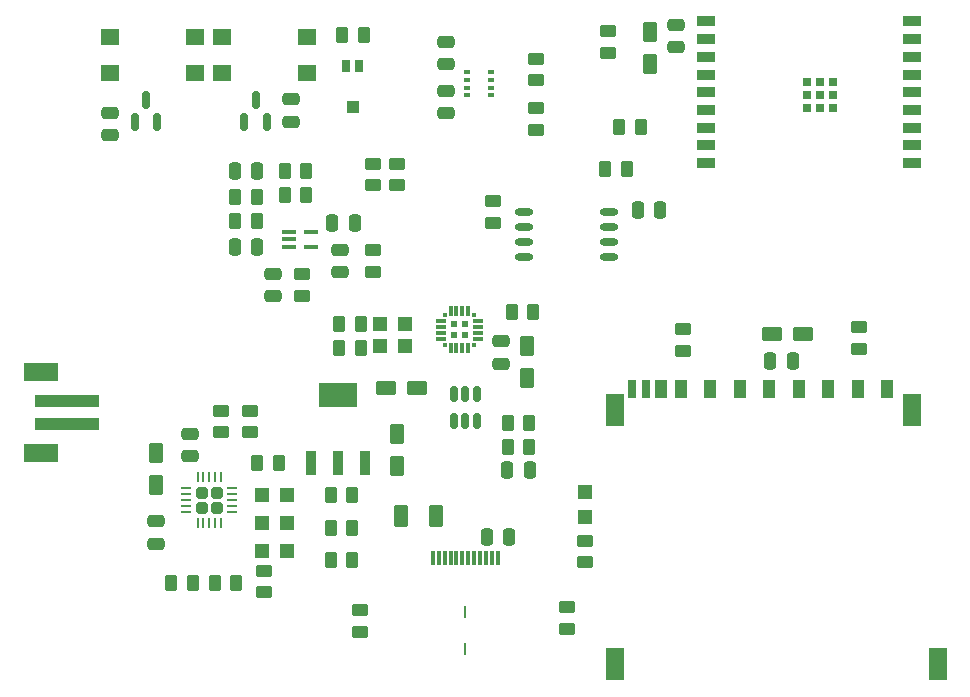
<source format=gtp>
%TF.GenerationSoftware,KiCad,Pcbnew,9.0.0*%
%TF.CreationDate,2025-05-12T22:40:26+02:00*%
%TF.ProjectId,ESP32_PeterDalmaris_Board,45535033-325f-4506-9574-657244616c6d,rev?*%
%TF.SameCoordinates,Original*%
%TF.FileFunction,Paste,Top*%
%TF.FilePolarity,Positive*%
%FSLAX46Y46*%
G04 Gerber Fmt 4.6, Leading zero omitted, Abs format (unit mm)*
G04 Created by KiCad (PCBNEW 9.0.0) date 2025-05-12 22:40:26*
%MOMM*%
%LPD*%
G01*
G04 APERTURE LIST*
G04 Aperture macros list*
%AMRoundRect*
0 Rectangle with rounded corners*
0 $1 Rounding radius*
0 $2 $3 $4 $5 $6 $7 $8 $9 X,Y pos of 4 corners*
0 Add a 4 corners polygon primitive as box body*
4,1,4,$2,$3,$4,$5,$6,$7,$8,$9,$2,$3,0*
0 Add four circle primitives for the rounded corners*
1,1,$1+$1,$2,$3*
1,1,$1+$1,$4,$5*
1,1,$1+$1,$6,$7*
1,1,$1+$1,$8,$9*
0 Add four rect primitives between the rounded corners*
20,1,$1+$1,$2,$3,$4,$5,0*
20,1,$1+$1,$4,$5,$6,$7,0*
20,1,$1+$1,$6,$7,$8,$9,0*
20,1,$1+$1,$8,$9,$2,$3,0*%
G04 Aperture macros list end*
%ADD10R,1.600000X1.400000*%
%ADD11RoundRect,0.150000X0.450000X0.760000X-0.450000X0.760000X-0.450000X-0.760000X0.450000X-0.760000X0*%
%ADD12RoundRect,0.250000X-0.475000X0.250000X-0.475000X-0.250000X0.475000X-0.250000X0.475000X0.250000X0*%
%ADD13R,0.950000X2.150000*%
%ADD14R,3.250000X2.150000*%
%ADD15RoundRect,0.250000X-0.250000X-0.475000X0.250000X-0.475000X0.250000X0.475000X-0.250000X0.475000X0*%
%ADD16RoundRect,0.250000X0.450000X-0.262500X0.450000X0.262500X-0.450000X0.262500X-0.450000X-0.262500X0*%
%ADD17R,0.800000X1.100000*%
%ADD18R,1.000000X1.100000*%
%ADD19R,1.000000X1.500000*%
%ADD20R,0.700000X1.500000*%
%ADD21R,1.500000X2.800000*%
%ADD22R,1.200000X1.200000*%
%ADD23R,0.300000X1.200000*%
%ADD24R,0.200000X1.000000*%
%ADD25RoundRect,0.250000X-0.450000X0.262500X-0.450000X-0.262500X0.450000X-0.262500X0.450000X0.262500X0*%
%ADD26RoundRect,0.250000X-0.262500X-0.450000X0.262500X-0.450000X0.262500X0.450000X-0.262500X0.450000X0*%
%ADD27RoundRect,0.150000X0.150000X-0.587500X0.150000X0.587500X-0.150000X0.587500X-0.150000X-0.587500X0*%
%ADD28RoundRect,0.250000X0.262500X0.450000X-0.262500X0.450000X-0.262500X-0.450000X0.262500X-0.450000X0*%
%ADD29RoundRect,0.153750X-0.461250X0.701250X-0.461250X-0.701250X0.461250X-0.701250X0.461250X0.701250X0*%
%ADD30RoundRect,0.250000X0.475000X-0.250000X0.475000X0.250000X-0.475000X0.250000X-0.475000X-0.250000X0*%
%ADD31R,1.500000X0.900000*%
%ADD32R,0.700000X0.700000*%
%ADD33R,5.500000X1.000000*%
%ADD34R,3.000000X1.600000*%
%ADD35RoundRect,0.100000X-0.495000X-0.100000X0.495000X-0.100000X0.495000X0.100000X-0.495000X0.100000X0*%
%ADD36RoundRect,0.250000X0.255000X-0.255000X0.255000X0.255000X-0.255000X0.255000X-0.255000X-0.255000X0*%
%ADD37RoundRect,0.062500X0.062500X-0.350000X0.062500X0.350000X-0.062500X0.350000X-0.062500X-0.350000X0*%
%ADD38RoundRect,0.062500X0.350000X-0.062500X0.350000X0.062500X-0.350000X0.062500X-0.350000X-0.062500X0*%
%ADD39RoundRect,0.250000X0.250000X0.475000X-0.250000X0.475000X-0.250000X-0.475000X0.250000X-0.475000X0*%
%ADD40O,1.600000X0.600000*%
%ADD41RoundRect,0.153750X0.461250X-0.701250X0.461250X0.701250X-0.461250X0.701250X-0.461250X-0.701250X0*%
%ADD42RoundRect,0.153750X-0.701250X-0.461250X0.701250X-0.461250X0.701250X0.461250X-0.701250X0.461250X0*%
%ADD43RoundRect,0.150000X0.150000X-0.512500X0.150000X0.512500X-0.150000X0.512500X-0.150000X-0.512500X0*%
%ADD44R,0.500000X0.350000*%
%ADD45R,0.540000X0.540000*%
%ADD46R,0.300000X0.300000*%
%ADD47R,0.300000X0.900000*%
%ADD48R,0.900000X0.300000*%
G04 APERTURE END LIST*
D10*
%TO.C,S2*%
X119350000Y-54337500D03*
X126550000Y-54337500D03*
X119350000Y-51337500D03*
X126550000Y-51337500D03*
%TD*%
%TO.C,S1*%
X128775000Y-54325000D03*
X135975000Y-54325000D03*
X128775000Y-51325000D03*
X135975000Y-51325000D03*
%TD*%
D11*
%TO.C,R35*%
X146955000Y-91850000D03*
X143945000Y-91850000D03*
%TD*%
D12*
%TO.C,C3*%
X123175000Y-92312500D03*
X123175000Y-94212500D03*
%TD*%
D13*
%TO.C,VR1*%
X136300000Y-87400000D03*
X138600000Y-87400000D03*
X140900000Y-87400000D03*
D14*
X138600000Y-81600000D03*
%TD*%
D15*
%TO.C,C21*%
X138150000Y-67100000D03*
X140050000Y-67100000D03*
%TD*%
D16*
%TO.C,R22*%
X155400000Y-54962500D03*
X155400000Y-53137500D03*
%TD*%
D17*
%TO.C,Q1*%
X140400000Y-53755000D03*
X139300000Y-53755000D03*
D18*
X139850000Y-57265000D03*
%TD*%
D19*
%TO.C,J3*%
X182625000Y-81087500D03*
X180125000Y-81087500D03*
X177625000Y-81087500D03*
X175125000Y-81087500D03*
X172625000Y-81087500D03*
X170125000Y-81087500D03*
X167700000Y-81087500D03*
X166000000Y-81087500D03*
X185125000Y-81087500D03*
D20*
X164700000Y-81087500D03*
D21*
X162100000Y-82887500D03*
X187200000Y-82887500D03*
X189400000Y-104387500D03*
X162100000Y-104387500D03*
D20*
X163500000Y-81087500D03*
%TD*%
D22*
%TO.C,D6*%
X134275000Y-94812500D03*
X132175000Y-94812500D03*
%TD*%
D15*
%TO.C,C18*%
X129887500Y-62700000D03*
X131787500Y-62700000D03*
%TD*%
D23*
%TO.C,J1*%
X146650000Y-95459500D03*
X147150000Y-95459500D03*
X147650000Y-95459500D03*
X148150000Y-95459500D03*
X148650000Y-95459500D03*
X149150000Y-95459500D03*
X149650000Y-95459500D03*
X150150000Y-95459500D03*
X150650000Y-95459500D03*
X151150000Y-95459500D03*
X151650000Y-95459500D03*
X152150000Y-95459500D03*
D24*
X149400000Y-100039500D03*
X149400000Y-103139500D03*
%TD*%
D25*
%TO.C,R2*%
X140500000Y-99837500D03*
X140500000Y-101662500D03*
%TD*%
D12*
%TO.C,C10*%
X167250000Y-50300000D03*
X167250000Y-52200000D03*
%TD*%
D26*
%TO.C,R20*%
X162450000Y-58950000D03*
X164275000Y-58950000D03*
%TD*%
D27*
%TO.C,Q3*%
X130700000Y-58547500D03*
X132600000Y-58547500D03*
X131650000Y-56672500D03*
%TD*%
D28*
%TO.C,R25*%
X140812500Y-51150000D03*
X138987500Y-51150000D03*
%TD*%
%TO.C,R10*%
X139837500Y-90125000D03*
X138012500Y-90125000D03*
%TD*%
%TO.C,R9*%
X139837500Y-92875000D03*
X138012500Y-92875000D03*
%TD*%
%TO.C,R26*%
X131750000Y-64900000D03*
X129925000Y-64900000D03*
%TD*%
D25*
%TO.C,R30*%
X135550000Y-71387500D03*
X135550000Y-73212500D03*
%TD*%
D29*
%TO.C,C11*%
X165000000Y-50900000D03*
X165000000Y-53600000D03*
%TD*%
D16*
%TO.C,R34*%
X161500000Y-52662500D03*
X161500000Y-50837500D03*
%TD*%
D25*
%TO.C,R6*%
X131175000Y-82962500D03*
X131175000Y-84787500D03*
%TD*%
D26*
%TO.C,R14*%
X153000000Y-84000000D03*
X154825000Y-84000000D03*
%TD*%
D28*
%TO.C,R28*%
X135950000Y-64700000D03*
X134125000Y-64700000D03*
%TD*%
D16*
%TO.C,R21*%
X167796000Y-77859000D03*
X167796000Y-76034000D03*
%TD*%
D30*
%TO.C,C19*%
X133150000Y-73250000D03*
X133150000Y-71350000D03*
%TD*%
D31*
%TO.C,U2*%
X169750000Y-50000000D03*
X169750000Y-51500000D03*
X169750000Y-53000000D03*
X169750000Y-54500000D03*
X169750000Y-56000000D03*
X169750000Y-57500000D03*
X169750000Y-59000000D03*
X169750000Y-60500000D03*
X169750000Y-62000000D03*
X187250000Y-62000000D03*
X187250000Y-60500000D03*
X187250000Y-59000000D03*
X187250000Y-57500000D03*
X187250000Y-56000000D03*
X187250000Y-54500000D03*
X187250000Y-53000000D03*
X187250000Y-51500000D03*
X187250000Y-50000000D03*
D32*
X178360000Y-55100000D03*
X179460000Y-55100000D03*
X180560000Y-55100000D03*
X178360000Y-56200000D03*
X179460000Y-56200000D03*
X180560000Y-56200000D03*
X178360000Y-57300000D03*
X179460000Y-57300000D03*
X180560000Y-57300000D03*
%TD*%
D15*
%TO.C,C14*%
X163984500Y-65978000D03*
X165884500Y-65978000D03*
%TD*%
D22*
%TO.C,D9*%
X142200000Y-75637500D03*
X144300000Y-75637500D03*
%TD*%
D16*
%TO.C,R19*%
X182750000Y-77712500D03*
X182750000Y-75887500D03*
%TD*%
D25*
%TO.C,R24*%
X155400000Y-57337500D03*
X155400000Y-59162500D03*
%TD*%
D16*
%TO.C,R33*%
X141600000Y-62037500D03*
X141600000Y-63862500D03*
%TD*%
D33*
%TO.C,J2*%
X115707500Y-84100000D03*
X115707500Y-82100000D03*
D34*
X113457500Y-86500000D03*
X113457500Y-79700000D03*
%TD*%
D30*
%TO.C,C15*%
X147800000Y-53600000D03*
X147800000Y-51700000D03*
%TD*%
%TO.C,C20*%
X138750000Y-71250000D03*
X138750000Y-69350000D03*
%TD*%
D12*
%TO.C,C16*%
X147800000Y-55850000D03*
X147800000Y-57750000D03*
%TD*%
%TO.C,C7*%
X152450000Y-77087500D03*
X152450000Y-78987500D03*
%TD*%
%TO.C,C22*%
X134600000Y-56597500D03*
X134600000Y-58497500D03*
%TD*%
D35*
%TO.C,U7*%
X134430000Y-67800000D03*
X134430000Y-68450000D03*
X134430000Y-69100000D03*
X136350000Y-69100000D03*
X136350000Y-67800000D03*
%TD*%
D36*
%TO.C,U1*%
X127100000Y-91150000D03*
X128350000Y-91150000D03*
X127100000Y-89900000D03*
X128350000Y-89900000D03*
D37*
X126725000Y-92462500D03*
X127225000Y-92462500D03*
X127725000Y-92462500D03*
X128225000Y-92462500D03*
X128725000Y-92462500D03*
D38*
X129662500Y-91525000D03*
X129662500Y-91025000D03*
X129662500Y-90525000D03*
X129662500Y-90025000D03*
X129662500Y-89525000D03*
D37*
X128725000Y-88587500D03*
X128225000Y-88587500D03*
X127725000Y-88587500D03*
X127225000Y-88587500D03*
X126725000Y-88587500D03*
D38*
X125787500Y-89525000D03*
X125787500Y-90025000D03*
X125787500Y-90525000D03*
X125787500Y-91025000D03*
X125787500Y-91525000D03*
%TD*%
D39*
%TO.C,C17*%
X131787500Y-69100000D03*
X129887500Y-69100000D03*
%TD*%
D40*
%TO.C,U5*%
X154400000Y-66095000D03*
X154400000Y-67365000D03*
X154400000Y-68635000D03*
X154400000Y-69905000D03*
X161600000Y-69905000D03*
X161600000Y-68635000D03*
X161600000Y-67365000D03*
X161600000Y-66095000D03*
%TD*%
D22*
%TO.C,D4*%
X134275000Y-92462500D03*
X132175000Y-92462500D03*
%TD*%
D15*
%TO.C,C1*%
X151206000Y-93609500D03*
X153106000Y-93609500D03*
%TD*%
D27*
%TO.C,Q2*%
X121427500Y-58547500D03*
X123327500Y-58547500D03*
X122377500Y-56672500D03*
%TD*%
D28*
%TO.C,R11*%
X139837500Y-95625000D03*
X138012500Y-95625000D03*
%TD*%
D22*
%TO.C,D5*%
X134275000Y-90112500D03*
X132175000Y-90112500D03*
%TD*%
D15*
%TO.C,C12*%
X175230000Y-78731500D03*
X177130000Y-78731500D03*
%TD*%
D30*
%TO.C,C4*%
X126125000Y-86825000D03*
X126125000Y-84925000D03*
%TD*%
D25*
%TO.C,R5*%
X128675000Y-82962500D03*
X128675000Y-84787500D03*
%TD*%
D41*
%TO.C,C5*%
X143650000Y-87600000D03*
X143650000Y-84900000D03*
%TD*%
D16*
%TO.C,R7*%
X132375000Y-98325000D03*
X132375000Y-96500000D03*
%TD*%
D28*
%TO.C,R3*%
X130025000Y-97562500D03*
X128200000Y-97562500D03*
%TD*%
D26*
%TO.C,R29*%
X134125000Y-62700000D03*
X135950000Y-62700000D03*
%TD*%
%TO.C,R17*%
X138737500Y-75637500D03*
X140562500Y-75637500D03*
%TD*%
D28*
%TO.C,R4*%
X126325000Y-97562500D03*
X124500000Y-97562500D03*
%TD*%
D39*
%TO.C,C9*%
X154862500Y-88000000D03*
X152962500Y-88000000D03*
%TD*%
D16*
%TO.C,R32*%
X143625000Y-63862500D03*
X143625000Y-62037500D03*
%TD*%
%TO.C,R31*%
X141550000Y-71212500D03*
X141550000Y-69387500D03*
%TD*%
D25*
%TO.C,R23*%
X151725000Y-65212500D03*
X151725000Y-67037500D03*
%TD*%
D28*
%TO.C,R15*%
X154825000Y-86000000D03*
X153000000Y-86000000D03*
%TD*%
D22*
%TO.C,D7*%
X159500000Y-89869000D03*
X159500000Y-91969000D03*
%TD*%
D42*
%TO.C,C13*%
X175330000Y-76481500D03*
X178030000Y-76481500D03*
%TD*%
D26*
%TO.C,R16*%
X138737500Y-77637500D03*
X140562500Y-77637500D03*
%TD*%
D12*
%TO.C,C23*%
X119300000Y-57725000D03*
X119300000Y-59625000D03*
%TD*%
D28*
%TO.C,R8*%
X133587500Y-87412500D03*
X131762500Y-87412500D03*
%TD*%
D43*
%TO.C,U4*%
X148450000Y-83837500D03*
X149400000Y-83837500D03*
X150350000Y-83837500D03*
X150350000Y-81562500D03*
X149400000Y-81562500D03*
X148450000Y-81562500D03*
%TD*%
D29*
%TO.C,C25*%
X154650000Y-77487500D03*
X154650000Y-80187500D03*
%TD*%
D25*
%TO.C,R1*%
X158000000Y-99587500D03*
X158000000Y-101412500D03*
%TD*%
D44*
%TO.C,U6*%
X151600000Y-54300000D03*
X151600000Y-54950000D03*
X151600000Y-55600000D03*
X151600000Y-56250000D03*
X149550000Y-56250000D03*
X149550000Y-55600000D03*
X149550000Y-54950000D03*
X149550000Y-54300000D03*
%TD*%
D42*
%TO.C,C6*%
X142650000Y-81050000D03*
X145350000Y-81050000D03*
%TD*%
D28*
%TO.C,R13*%
X155162500Y-74637500D03*
X153337500Y-74637500D03*
%TD*%
D16*
%TO.C,R12*%
X159500000Y-95792000D03*
X159500000Y-93967000D03*
%TD*%
D26*
%TO.C,R18*%
X161237500Y-62500000D03*
X163062500Y-62500000D03*
%TD*%
%TO.C,R27*%
X129925000Y-66900000D03*
X131750000Y-66900000D03*
%TD*%
D45*
%TO.C,U3*%
X148450000Y-76550000D03*
X149350000Y-76550000D03*
X148450000Y-75650000D03*
X149350000Y-75650000D03*
D46*
X147650000Y-77350000D03*
D47*
X148150000Y-77650000D03*
X148650000Y-77650000D03*
X149150000Y-77650000D03*
X149650000Y-77650000D03*
D46*
X150150000Y-77350000D03*
D48*
X150450000Y-76850000D03*
X150450000Y-76350000D03*
X150450000Y-75850000D03*
X150450000Y-75350000D03*
D46*
X150150000Y-74850000D03*
D47*
X149650000Y-74550000D03*
X149150000Y-74550000D03*
X148650000Y-74550000D03*
X148150000Y-74550000D03*
D46*
X147650000Y-74850000D03*
D48*
X147350000Y-75350000D03*
X147350000Y-75850000D03*
X147350000Y-76350000D03*
X147350000Y-76850000D03*
%TD*%
D41*
%TO.C,C24*%
X123175000Y-89212500D03*
X123175000Y-86512500D03*
%TD*%
D22*
%TO.C,D8*%
X142200000Y-77437500D03*
X144300000Y-77437500D03*
%TD*%
M02*

</source>
